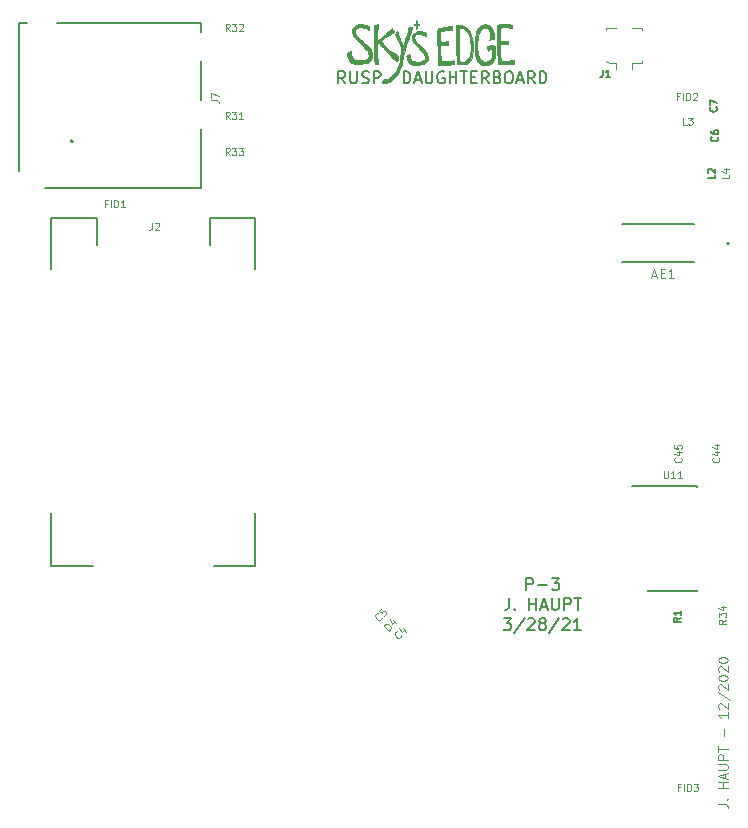
<source format=gbr>
G04 #@! TF.GenerationSoftware,KiCad,Pcbnew,5.1.6+dfsg1-1~bpo10+1*
G04 #@! TF.CreationDate,2021-03-28T20:23:35-04:00*
G04 #@! TF.ProjectId,RUSP_Daughterboard,52555350-5f44-4617-9567-68746572626f,rev?*
G04 #@! TF.SameCoordinates,Original*
G04 #@! TF.FileFunction,Legend,Top*
G04 #@! TF.FilePolarity,Positive*
%FSLAX46Y46*%
G04 Gerber Fmt 4.6, Leading zero omitted, Abs format (unit mm)*
G04 Created by KiCad (PCBNEW 5.1.6+dfsg1-1~bpo10+1) date 2021-03-28 20:23:35*
%MOMM*%
%LPD*%
G01*
G04 APERTURE LIST*
%ADD10C,0.200000*%
%ADD11C,0.120000*%
%ADD12C,0.150000*%
%ADD13C,0.127000*%
%ADD14C,0.010000*%
%ADD15C,0.015000*%
G04 APERTURE END LIST*
D10*
X161342857Y-117752380D02*
X161342857Y-116752380D01*
X161723809Y-116752380D01*
X161819047Y-116800000D01*
X161866666Y-116847619D01*
X161914285Y-116942857D01*
X161914285Y-117085714D01*
X161866666Y-117180952D01*
X161819047Y-117228571D01*
X161723809Y-117276190D01*
X161342857Y-117276190D01*
X162342857Y-117371428D02*
X163104761Y-117371428D01*
X163485714Y-116752380D02*
X164104761Y-116752380D01*
X163771428Y-117133333D01*
X163914285Y-117133333D01*
X164009523Y-117180952D01*
X164057142Y-117228571D01*
X164104761Y-117323809D01*
X164104761Y-117561904D01*
X164057142Y-117657142D01*
X164009523Y-117704761D01*
X163914285Y-117752380D01*
X163628571Y-117752380D01*
X163533333Y-117704761D01*
X163485714Y-117657142D01*
X159866666Y-118452380D02*
X159866666Y-119166666D01*
X159819047Y-119309523D01*
X159723809Y-119404761D01*
X159580952Y-119452380D01*
X159485714Y-119452380D01*
X160342857Y-119357142D02*
X160390476Y-119404761D01*
X160342857Y-119452380D01*
X160295238Y-119404761D01*
X160342857Y-119357142D01*
X160342857Y-119452380D01*
X161580952Y-119452380D02*
X161580952Y-118452380D01*
X161580952Y-118928571D02*
X162152380Y-118928571D01*
X162152380Y-119452380D02*
X162152380Y-118452380D01*
X162580952Y-119166666D02*
X163057142Y-119166666D01*
X162485714Y-119452380D02*
X162819047Y-118452380D01*
X163152380Y-119452380D01*
X163485714Y-118452380D02*
X163485714Y-119261904D01*
X163533333Y-119357142D01*
X163580952Y-119404761D01*
X163676190Y-119452380D01*
X163866666Y-119452380D01*
X163961904Y-119404761D01*
X164009523Y-119357142D01*
X164057142Y-119261904D01*
X164057142Y-118452380D01*
X164533333Y-119452380D02*
X164533333Y-118452380D01*
X164914285Y-118452380D01*
X165009523Y-118500000D01*
X165057142Y-118547619D01*
X165104761Y-118642857D01*
X165104761Y-118785714D01*
X165057142Y-118880952D01*
X165009523Y-118928571D01*
X164914285Y-118976190D01*
X164533333Y-118976190D01*
X165390476Y-118452380D02*
X165961904Y-118452380D01*
X165676190Y-119452380D02*
X165676190Y-118452380D01*
X159414285Y-120152380D02*
X160033333Y-120152380D01*
X159700000Y-120533333D01*
X159842857Y-120533333D01*
X159938095Y-120580952D01*
X159985714Y-120628571D01*
X160033333Y-120723809D01*
X160033333Y-120961904D01*
X159985714Y-121057142D01*
X159938095Y-121104761D01*
X159842857Y-121152380D01*
X159557142Y-121152380D01*
X159461904Y-121104761D01*
X159414285Y-121057142D01*
X161176190Y-120104761D02*
X160319047Y-121390476D01*
X161461904Y-120247619D02*
X161509523Y-120200000D01*
X161604761Y-120152380D01*
X161842857Y-120152380D01*
X161938095Y-120200000D01*
X161985714Y-120247619D01*
X162033333Y-120342857D01*
X162033333Y-120438095D01*
X161985714Y-120580952D01*
X161414285Y-121152380D01*
X162033333Y-121152380D01*
X162604761Y-120580952D02*
X162509523Y-120533333D01*
X162461904Y-120485714D01*
X162414285Y-120390476D01*
X162414285Y-120342857D01*
X162461904Y-120247619D01*
X162509523Y-120200000D01*
X162604761Y-120152380D01*
X162795238Y-120152380D01*
X162890476Y-120200000D01*
X162938095Y-120247619D01*
X162985714Y-120342857D01*
X162985714Y-120390476D01*
X162938095Y-120485714D01*
X162890476Y-120533333D01*
X162795238Y-120580952D01*
X162604761Y-120580952D01*
X162509523Y-120628571D01*
X162461904Y-120676190D01*
X162414285Y-120771428D01*
X162414285Y-120961904D01*
X162461904Y-121057142D01*
X162509523Y-121104761D01*
X162604761Y-121152380D01*
X162795238Y-121152380D01*
X162890476Y-121104761D01*
X162938095Y-121057142D01*
X162985714Y-120961904D01*
X162985714Y-120771428D01*
X162938095Y-120676190D01*
X162890476Y-120628571D01*
X162795238Y-120580952D01*
X164128571Y-120104761D02*
X163271428Y-121390476D01*
X164414285Y-120247619D02*
X164461904Y-120200000D01*
X164557142Y-120152380D01*
X164795238Y-120152380D01*
X164890476Y-120200000D01*
X164938095Y-120247619D01*
X164985714Y-120342857D01*
X164985714Y-120438095D01*
X164938095Y-120580952D01*
X164366666Y-121152380D01*
X164985714Y-121152380D01*
X165938095Y-121152380D02*
X165366666Y-121152380D01*
X165652380Y-121152380D02*
X165652380Y-120152380D01*
X165557142Y-120295238D01*
X165461904Y-120390476D01*
X165366666Y-120438095D01*
D11*
X177561904Y-135876190D02*
X178133333Y-135876190D01*
X178247619Y-135914285D01*
X178323809Y-135990476D01*
X178361904Y-136104761D01*
X178361904Y-136180952D01*
X178285714Y-135495238D02*
X178323809Y-135457142D01*
X178361904Y-135495238D01*
X178323809Y-135533333D01*
X178285714Y-135495238D01*
X178361904Y-135495238D01*
X178361904Y-134504761D02*
X177561904Y-134504761D01*
X177942857Y-134504761D02*
X177942857Y-134047619D01*
X178361904Y-134047619D02*
X177561904Y-134047619D01*
X178133333Y-133704761D02*
X178133333Y-133323809D01*
X178361904Y-133780952D02*
X177561904Y-133514285D01*
X178361904Y-133247619D01*
X177561904Y-132980952D02*
X178209523Y-132980952D01*
X178285714Y-132942857D01*
X178323809Y-132904761D01*
X178361904Y-132828571D01*
X178361904Y-132676190D01*
X178323809Y-132600000D01*
X178285714Y-132561904D01*
X178209523Y-132523809D01*
X177561904Y-132523809D01*
X178361904Y-132142857D02*
X177561904Y-132142857D01*
X177561904Y-131838095D01*
X177600000Y-131761904D01*
X177638095Y-131723809D01*
X177714285Y-131685714D01*
X177828571Y-131685714D01*
X177904761Y-131723809D01*
X177942857Y-131761904D01*
X177980952Y-131838095D01*
X177980952Y-132142857D01*
X177561904Y-131457142D02*
X177561904Y-131000000D01*
X178361904Y-131228571D02*
X177561904Y-131228571D01*
X178057142Y-130123809D02*
X178057142Y-129514285D01*
X178361904Y-128104761D02*
X178361904Y-128561904D01*
X178361904Y-128333333D02*
X177561904Y-128333333D01*
X177676190Y-128409523D01*
X177752380Y-128485714D01*
X177790476Y-128561904D01*
X177638095Y-127800000D02*
X177600000Y-127761904D01*
X177561904Y-127685714D01*
X177561904Y-127495238D01*
X177600000Y-127419047D01*
X177638095Y-127380952D01*
X177714285Y-127342857D01*
X177790476Y-127342857D01*
X177904761Y-127380952D01*
X178361904Y-127838095D01*
X178361904Y-127342857D01*
X177523809Y-126428571D02*
X178552380Y-127114285D01*
X177638095Y-126200000D02*
X177600000Y-126161904D01*
X177561904Y-126085714D01*
X177561904Y-125895238D01*
X177600000Y-125819047D01*
X177638095Y-125780952D01*
X177714285Y-125742857D01*
X177790476Y-125742857D01*
X177904761Y-125780952D01*
X178361904Y-126238095D01*
X178361904Y-125742857D01*
X177561904Y-125247619D02*
X177561904Y-125171428D01*
X177600000Y-125095238D01*
X177638095Y-125057142D01*
X177714285Y-125019047D01*
X177866666Y-124980952D01*
X178057142Y-124980952D01*
X178209523Y-125019047D01*
X178285714Y-125057142D01*
X178323809Y-125095238D01*
X178361904Y-125171428D01*
X178361904Y-125247619D01*
X178323809Y-125323809D01*
X178285714Y-125361904D01*
X178209523Y-125400000D01*
X178057142Y-125438095D01*
X177866666Y-125438095D01*
X177714285Y-125400000D01*
X177638095Y-125361904D01*
X177600000Y-125323809D01*
X177561904Y-125247619D01*
X177638095Y-124676190D02*
X177600000Y-124638095D01*
X177561904Y-124561904D01*
X177561904Y-124371428D01*
X177600000Y-124295238D01*
X177638095Y-124257142D01*
X177714285Y-124219047D01*
X177790476Y-124219047D01*
X177904761Y-124257142D01*
X178361904Y-124714285D01*
X178361904Y-124219047D01*
X177561904Y-123723809D02*
X177561904Y-123647619D01*
X177600000Y-123571428D01*
X177638095Y-123533333D01*
X177714285Y-123495238D01*
X177866666Y-123457142D01*
X178057142Y-123457142D01*
X178209523Y-123495238D01*
X178285714Y-123533333D01*
X178323809Y-123571428D01*
X178361904Y-123647619D01*
X178361904Y-123723809D01*
X178323809Y-123800000D01*
X178285714Y-123838095D01*
X178209523Y-123876190D01*
X178057142Y-123914285D01*
X177866666Y-123914285D01*
X177714285Y-123876190D01*
X177638095Y-123838095D01*
X177600000Y-123800000D01*
X177561904Y-123723809D01*
D12*
X145985714Y-74852380D02*
X145652380Y-74376190D01*
X145414285Y-74852380D02*
X145414285Y-73852380D01*
X145795238Y-73852380D01*
X145890476Y-73900000D01*
X145938095Y-73947619D01*
X145985714Y-74042857D01*
X145985714Y-74185714D01*
X145938095Y-74280952D01*
X145890476Y-74328571D01*
X145795238Y-74376190D01*
X145414285Y-74376190D01*
X146414285Y-73852380D02*
X146414285Y-74661904D01*
X146461904Y-74757142D01*
X146509523Y-74804761D01*
X146604761Y-74852380D01*
X146795238Y-74852380D01*
X146890476Y-74804761D01*
X146938095Y-74757142D01*
X146985714Y-74661904D01*
X146985714Y-73852380D01*
X147414285Y-74804761D02*
X147557142Y-74852380D01*
X147795238Y-74852380D01*
X147890476Y-74804761D01*
X147938095Y-74757142D01*
X147985714Y-74661904D01*
X147985714Y-74566666D01*
X147938095Y-74471428D01*
X147890476Y-74423809D01*
X147795238Y-74376190D01*
X147604761Y-74328571D01*
X147509523Y-74280952D01*
X147461904Y-74233333D01*
X147414285Y-74138095D01*
X147414285Y-74042857D01*
X147461904Y-73947619D01*
X147509523Y-73900000D01*
X147604761Y-73852380D01*
X147842857Y-73852380D01*
X147985714Y-73900000D01*
X148414285Y-74852380D02*
X148414285Y-73852380D01*
X148795238Y-73852380D01*
X148890476Y-73900000D01*
X148938095Y-73947619D01*
X148985714Y-74042857D01*
X148985714Y-74185714D01*
X148938095Y-74280952D01*
X148890476Y-74328571D01*
X148795238Y-74376190D01*
X148414285Y-74376190D01*
X150938095Y-74852380D02*
X150938095Y-73852380D01*
X151176190Y-73852380D01*
X151319047Y-73900000D01*
X151414285Y-73995238D01*
X151461904Y-74090476D01*
X151509523Y-74280952D01*
X151509523Y-74423809D01*
X151461904Y-74614285D01*
X151414285Y-74709523D01*
X151319047Y-74804761D01*
X151176190Y-74852380D01*
X150938095Y-74852380D01*
X151890476Y-74566666D02*
X152366666Y-74566666D01*
X151795238Y-74852380D02*
X152128571Y-73852380D01*
X152461904Y-74852380D01*
X152795238Y-73852380D02*
X152795238Y-74661904D01*
X152842857Y-74757142D01*
X152890476Y-74804761D01*
X152985714Y-74852380D01*
X153176190Y-74852380D01*
X153271428Y-74804761D01*
X153319047Y-74757142D01*
X153366666Y-74661904D01*
X153366666Y-73852380D01*
X154366666Y-73900000D02*
X154271428Y-73852380D01*
X154128571Y-73852380D01*
X153985714Y-73900000D01*
X153890476Y-73995238D01*
X153842857Y-74090476D01*
X153795238Y-74280952D01*
X153795238Y-74423809D01*
X153842857Y-74614285D01*
X153890476Y-74709523D01*
X153985714Y-74804761D01*
X154128571Y-74852380D01*
X154223809Y-74852380D01*
X154366666Y-74804761D01*
X154414285Y-74757142D01*
X154414285Y-74423809D01*
X154223809Y-74423809D01*
X154842857Y-74852380D02*
X154842857Y-73852380D01*
X154842857Y-74328571D02*
X155414285Y-74328571D01*
X155414285Y-74852380D02*
X155414285Y-73852380D01*
X155747619Y-73852380D02*
X156319047Y-73852380D01*
X156033333Y-74852380D02*
X156033333Y-73852380D01*
X156652380Y-74328571D02*
X156985714Y-74328571D01*
X157128571Y-74852380D02*
X156652380Y-74852380D01*
X156652380Y-73852380D01*
X157128571Y-73852380D01*
X158128571Y-74852380D02*
X157795238Y-74376190D01*
X157557142Y-74852380D02*
X157557142Y-73852380D01*
X157938095Y-73852380D01*
X158033333Y-73900000D01*
X158080952Y-73947619D01*
X158128571Y-74042857D01*
X158128571Y-74185714D01*
X158080952Y-74280952D01*
X158033333Y-74328571D01*
X157938095Y-74376190D01*
X157557142Y-74376190D01*
X158890476Y-74328571D02*
X159033333Y-74376190D01*
X159080952Y-74423809D01*
X159128571Y-74519047D01*
X159128571Y-74661904D01*
X159080952Y-74757142D01*
X159033333Y-74804761D01*
X158938095Y-74852380D01*
X158557142Y-74852380D01*
X158557142Y-73852380D01*
X158890476Y-73852380D01*
X158985714Y-73900000D01*
X159033333Y-73947619D01*
X159080952Y-74042857D01*
X159080952Y-74138095D01*
X159033333Y-74233333D01*
X158985714Y-74280952D01*
X158890476Y-74328571D01*
X158557142Y-74328571D01*
X159747619Y-73852380D02*
X159938095Y-73852380D01*
X160033333Y-73900000D01*
X160128571Y-73995238D01*
X160176190Y-74185714D01*
X160176190Y-74519047D01*
X160128571Y-74709523D01*
X160033333Y-74804761D01*
X159938095Y-74852380D01*
X159747619Y-74852380D01*
X159652380Y-74804761D01*
X159557142Y-74709523D01*
X159509523Y-74519047D01*
X159509523Y-74185714D01*
X159557142Y-73995238D01*
X159652380Y-73900000D01*
X159747619Y-73852380D01*
X160557142Y-74566666D02*
X161033333Y-74566666D01*
X160461904Y-74852380D02*
X160795238Y-73852380D01*
X161128571Y-74852380D01*
X162033333Y-74852380D02*
X161700000Y-74376190D01*
X161461904Y-74852380D02*
X161461904Y-73852380D01*
X161842857Y-73852380D01*
X161938095Y-73900000D01*
X161985714Y-73947619D01*
X162033333Y-74042857D01*
X162033333Y-74185714D01*
X161985714Y-74280952D01*
X161938095Y-74328571D01*
X161842857Y-74376190D01*
X161461904Y-74376190D01*
X162461904Y-74852380D02*
X162461904Y-73852380D01*
X162700000Y-73852380D01*
X162842857Y-73900000D01*
X162938095Y-73995238D01*
X162985714Y-74090476D01*
X163033333Y-74280952D01*
X163033333Y-74423809D01*
X162985714Y-74614285D01*
X162938095Y-74709523D01*
X162842857Y-74804761D01*
X162700000Y-74852380D01*
X162461904Y-74852380D01*
D11*
X170300000Y-73150000D02*
X170300000Y-73650000D01*
X168900000Y-73150000D02*
X168900000Y-73650000D01*
X168900000Y-73150000D02*
X168300000Y-73150000D01*
X168300000Y-73150000D02*
X168100000Y-72950000D01*
X171100000Y-72950000D02*
X171100000Y-73150000D01*
X171100000Y-73150000D02*
X170300000Y-73150000D01*
X170300000Y-70150000D02*
X171100000Y-70150000D01*
X171100000Y-70150000D02*
X171100000Y-70350000D01*
X168100000Y-70350000D02*
X168100000Y-70150000D01*
X168100000Y-70150000D02*
X168900000Y-70150000D01*
D10*
X178500000Y-88400000D02*
G75*
G03*
X178500000Y-88400000I-100000J0D01*
G01*
D13*
X169450000Y-86800000D02*
X175550000Y-86800000D01*
X175550000Y-90000000D02*
X169450000Y-90000000D01*
D12*
X138350000Y-115750000D02*
X134850000Y-115750000D01*
X138350000Y-115750000D02*
X138350000Y-111250000D01*
X124650000Y-115750000D02*
X121050000Y-115750000D01*
X121050000Y-115750000D02*
X121050000Y-111250000D01*
X138350000Y-90550000D02*
X138350000Y-86250000D01*
X138350000Y-86250000D02*
X134550000Y-86250000D01*
X134550000Y-86250000D02*
X134550000Y-88550000D01*
X121050000Y-90550000D02*
X121050000Y-86250000D01*
X121050000Y-86250000D02*
X124950000Y-86250000D01*
X124950000Y-86250000D02*
X124950000Y-88550000D01*
D10*
X121550000Y-69750000D02*
X133825000Y-69750000D01*
X133825000Y-69750000D02*
X133825000Y-70476200D01*
X118375000Y-69750000D02*
X118375000Y-82300000D01*
X133825000Y-72940000D02*
X133825000Y-76292800D01*
X118375000Y-69750000D02*
X119050000Y-69750000D01*
X120550000Y-83750000D02*
X133825000Y-83750000D01*
X133825000Y-78731200D02*
X133825000Y-83750000D01*
X122950000Y-79750000D02*
G75*
G03*
X122950000Y-79750000I-100000J0D01*
G01*
D12*
X171625000Y-108950000D02*
X171625000Y-108975000D01*
X175775000Y-108950000D02*
X175775000Y-109065000D01*
X175775000Y-117850000D02*
X175775000Y-117735000D01*
X171625000Y-117850000D02*
X171625000Y-117735000D01*
X171625000Y-108950000D02*
X175775000Y-108950000D01*
X171625000Y-117850000D02*
X175775000Y-117850000D01*
X171625000Y-108975000D02*
X170250000Y-108975000D01*
D14*
G36*
X152035052Y-69644995D02*
G01*
X152055165Y-69753484D01*
X152084885Y-69817338D01*
X152131990Y-69847110D01*
X152188750Y-69853490D01*
X152241108Y-69862938D01*
X152247211Y-69883341D01*
X152211753Y-69904365D01*
X152161141Y-69914284D01*
X152110534Y-69922018D01*
X152081873Y-69942040D01*
X152066343Y-69988242D01*
X152055128Y-70074516D01*
X152054241Y-70082752D01*
X152040941Y-70178123D01*
X152026475Y-70240236D01*
X152013503Y-70263424D01*
X152004682Y-70242020D01*
X152002391Y-70193270D01*
X151994487Y-70061915D01*
X151968748Y-69976468D01*
X151922138Y-69929641D01*
X151887643Y-69917931D01*
X151822360Y-69897661D01*
X151793404Y-69874888D01*
X151806543Y-69857758D01*
X151842012Y-69853490D01*
X151906350Y-69845245D01*
X151947519Y-69814217D01*
X151973463Y-69749400D01*
X151991199Y-69646848D01*
X152013220Y-69481196D01*
X152035052Y-69644995D01*
G37*
X152035052Y-69644995D02*
X152055165Y-69753484D01*
X152084885Y-69817338D01*
X152131990Y-69847110D01*
X152188750Y-69853490D01*
X152241108Y-69862938D01*
X152247211Y-69883341D01*
X152211753Y-69904365D01*
X152161141Y-69914284D01*
X152110534Y-69922018D01*
X152081873Y-69942040D01*
X152066343Y-69988242D01*
X152055128Y-70074516D01*
X152054241Y-70082752D01*
X152040941Y-70178123D01*
X152026475Y-70240236D01*
X152013503Y-70263424D01*
X152004682Y-70242020D01*
X152002391Y-70193270D01*
X151994487Y-70061915D01*
X151968748Y-69976468D01*
X151922138Y-69929641D01*
X151887643Y-69917931D01*
X151822360Y-69897661D01*
X151793404Y-69874888D01*
X151806543Y-69857758D01*
X151842012Y-69853490D01*
X151906350Y-69845245D01*
X151947519Y-69814217D01*
X151973463Y-69749400D01*
X151991199Y-69646848D01*
X152013220Y-69481196D01*
X152035052Y-69644995D01*
G36*
X147373295Y-69834675D02*
G01*
X147479766Y-69856966D01*
X147604563Y-69888949D01*
X147733138Y-69926392D01*
X147850948Y-69965067D01*
X147943445Y-70000744D01*
X147995365Y-70028599D01*
X148018438Y-70070900D01*
X148021210Y-70150280D01*
X148016929Y-70194946D01*
X148005236Y-70275916D01*
X147993348Y-70331030D01*
X147987996Y-70343598D01*
X147960261Y-70336788D01*
X147906181Y-70304301D01*
X147883606Y-70288122D01*
X147750832Y-70210447D01*
X147593504Y-70151639D01*
X147426355Y-70114209D01*
X147264116Y-70100669D01*
X147121519Y-70113530D01*
X147033892Y-70143253D01*
X146923175Y-70228813D01*
X146850777Y-70344126D01*
X146821580Y-70476096D01*
X146840467Y-70611630D01*
X146849882Y-70636672D01*
X146910453Y-70739304D01*
X147016906Y-70868436D01*
X147167662Y-71022346D01*
X147361146Y-71199308D01*
X147377934Y-71213984D01*
X147608657Y-71419605D01*
X147797533Y-71599205D01*
X147948235Y-71758022D01*
X148064432Y-71901298D01*
X148149795Y-72034270D01*
X148207995Y-72162177D01*
X148242703Y-72290260D01*
X148257589Y-72423757D01*
X148258787Y-72471247D01*
X148244177Y-72663808D01*
X148195754Y-72823736D01*
X148110736Y-72953049D01*
X147986337Y-73053761D01*
X147819774Y-73127890D01*
X147608263Y-73177451D01*
X147349021Y-73204460D01*
X147239891Y-73209158D01*
X147095171Y-73211548D01*
X146961944Y-73210379D01*
X146854462Y-73205993D01*
X146786975Y-73198735D01*
X146784347Y-73198180D01*
X146595297Y-73128945D01*
X146432315Y-73013998D01*
X146299590Y-72858323D01*
X146201308Y-72666907D01*
X146141658Y-72444733D01*
X146139386Y-72430452D01*
X146121735Y-72315142D01*
X146270043Y-72230288D01*
X146353176Y-72185436D01*
X146419244Y-72154681D01*
X146449502Y-72145435D01*
X146468941Y-72171327D01*
X146479544Y-72242998D01*
X146480921Y-72290381D01*
X146505855Y-72475418D01*
X146576936Y-72634770D01*
X146689677Y-72762713D01*
X146839592Y-72853522D01*
X146950000Y-72888839D01*
X147128503Y-72913439D01*
X147323721Y-72913703D01*
X147518315Y-72891603D01*
X147694941Y-72849112D01*
X147836258Y-72788205D01*
X147836696Y-72787947D01*
X147927679Y-72704152D01*
X147979732Y-72588385D01*
X147991478Y-72449156D01*
X147961537Y-72294976D01*
X147929779Y-72213348D01*
X147892032Y-72155867D01*
X147817037Y-72064840D01*
X147708226Y-71944059D01*
X147569032Y-71797316D01*
X147402886Y-71628401D01*
X147375459Y-71600995D01*
X147169851Y-71393307D01*
X147002152Y-71217047D01*
X146868823Y-71067159D01*
X146766326Y-70938588D01*
X146691122Y-70826277D01*
X146639673Y-70725170D01*
X146608440Y-70630213D01*
X146593885Y-70536348D01*
X146591693Y-70481124D01*
X146607999Y-70330806D01*
X146662824Y-70198050D01*
X146762773Y-70068219D01*
X146791215Y-70038854D01*
X146946542Y-69920789D01*
X147126108Y-69848345D01*
X147299696Y-69826305D01*
X147373295Y-69834675D01*
G37*
X147373295Y-69834675D02*
X147479766Y-69856966D01*
X147604563Y-69888949D01*
X147733138Y-69926392D01*
X147850948Y-69965067D01*
X147943445Y-70000744D01*
X147995365Y-70028599D01*
X148018438Y-70070900D01*
X148021210Y-70150280D01*
X148016929Y-70194946D01*
X148005236Y-70275916D01*
X147993348Y-70331030D01*
X147987996Y-70343598D01*
X147960261Y-70336788D01*
X147906181Y-70304301D01*
X147883606Y-70288122D01*
X147750832Y-70210447D01*
X147593504Y-70151639D01*
X147426355Y-70114209D01*
X147264116Y-70100669D01*
X147121519Y-70113530D01*
X147033892Y-70143253D01*
X146923175Y-70228813D01*
X146850777Y-70344126D01*
X146821580Y-70476096D01*
X146840467Y-70611630D01*
X146849882Y-70636672D01*
X146910453Y-70739304D01*
X147016906Y-70868436D01*
X147167662Y-71022346D01*
X147361146Y-71199308D01*
X147377934Y-71213984D01*
X147608657Y-71419605D01*
X147797533Y-71599205D01*
X147948235Y-71758022D01*
X148064432Y-71901298D01*
X148149795Y-72034270D01*
X148207995Y-72162177D01*
X148242703Y-72290260D01*
X148257589Y-72423757D01*
X148258787Y-72471247D01*
X148244177Y-72663808D01*
X148195754Y-72823736D01*
X148110736Y-72953049D01*
X147986337Y-73053761D01*
X147819774Y-73127890D01*
X147608263Y-73177451D01*
X147349021Y-73204460D01*
X147239891Y-73209158D01*
X147095171Y-73211548D01*
X146961944Y-73210379D01*
X146854462Y-73205993D01*
X146786975Y-73198735D01*
X146784347Y-73198180D01*
X146595297Y-73128945D01*
X146432315Y-73013998D01*
X146299590Y-72858323D01*
X146201308Y-72666907D01*
X146141658Y-72444733D01*
X146139386Y-72430452D01*
X146121735Y-72315142D01*
X146270043Y-72230288D01*
X146353176Y-72185436D01*
X146419244Y-72154681D01*
X146449502Y-72145435D01*
X146468941Y-72171327D01*
X146479544Y-72242998D01*
X146480921Y-72290381D01*
X146505855Y-72475418D01*
X146576936Y-72634770D01*
X146689677Y-72762713D01*
X146839592Y-72853522D01*
X146950000Y-72888839D01*
X147128503Y-72913439D01*
X147323721Y-72913703D01*
X147518315Y-72891603D01*
X147694941Y-72849112D01*
X147836258Y-72788205D01*
X147836696Y-72787947D01*
X147927679Y-72704152D01*
X147979732Y-72588385D01*
X147991478Y-72449156D01*
X147961537Y-72294976D01*
X147929779Y-72213348D01*
X147892032Y-72155867D01*
X147817037Y-72064840D01*
X147708226Y-71944059D01*
X147569032Y-71797316D01*
X147402886Y-71628401D01*
X147375459Y-71600995D01*
X147169851Y-71393307D01*
X147002152Y-71217047D01*
X146868823Y-71067159D01*
X146766326Y-70938588D01*
X146691122Y-70826277D01*
X146639673Y-70725170D01*
X146608440Y-70630213D01*
X146593885Y-70536348D01*
X146591693Y-70481124D01*
X146607999Y-70330806D01*
X146662824Y-70198050D01*
X146762773Y-70068219D01*
X146791215Y-70038854D01*
X146946542Y-69920789D01*
X147126108Y-69848345D01*
X147299696Y-69826305D01*
X147373295Y-69834675D01*
G36*
X159712350Y-69870538D02*
G01*
X159795885Y-69873797D01*
X160114306Y-69889479D01*
X160123902Y-69990098D01*
X160128422Y-70097414D01*
X160112070Y-70160217D01*
X160067516Y-70183353D01*
X159987425Y-70171667D01*
X159895047Y-70141306D01*
X159809263Y-70119880D01*
X159694347Y-70104203D01*
X159564335Y-70094622D01*
X159433263Y-70091485D01*
X159315168Y-70095136D01*
X159224086Y-70105923D01*
X159174830Y-70123526D01*
X159148297Y-70172064D01*
X159123836Y-70266661D01*
X159102624Y-70398165D01*
X159085837Y-70557426D01*
X159074651Y-70735292D01*
X159070242Y-70922612D01*
X159070217Y-70937452D01*
X159070299Y-71072889D01*
X159075227Y-71173305D01*
X159092028Y-71242917D01*
X159127726Y-71285943D01*
X159189346Y-71306599D01*
X159283914Y-71309103D01*
X159418455Y-71297672D01*
X159599994Y-71276523D01*
X159629293Y-71273058D01*
X159788043Y-71254354D01*
X159788043Y-71379014D01*
X159780231Y-71463348D01*
X159760330Y-71523069D01*
X159751336Y-71534138D01*
X159706489Y-71548066D01*
X159616094Y-71557953D01*
X159489728Y-71562961D01*
X159417179Y-71563378D01*
X159294200Y-71564474D01*
X159192472Y-71568391D01*
X159124175Y-71574473D01*
X159101875Y-71580365D01*
X159094065Y-71615916D01*
X159089488Y-71696402D01*
X159087917Y-71811648D01*
X159089124Y-71951481D01*
X159092883Y-72105726D01*
X159098965Y-72264210D01*
X159107144Y-72416757D01*
X159117193Y-72553195D01*
X159125455Y-72635726D01*
X159146324Y-72783480D01*
X159169162Y-72880989D01*
X159195216Y-72933219D01*
X159201579Y-72939185D01*
X159256091Y-72957807D01*
X159353499Y-72968810D01*
X159482004Y-72972151D01*
X159629807Y-72967790D01*
X159785109Y-72955684D01*
X159898478Y-72941635D01*
X160012050Y-72926155D01*
X160114931Y-72914147D01*
X160185789Y-72908089D01*
X160188369Y-72907977D01*
X160271195Y-72904674D01*
X160271195Y-73235978D01*
X159603614Y-73243367D01*
X159415722Y-73244464D01*
X159247414Y-73243563D01*
X159106305Y-73240857D01*
X159000011Y-73236535D01*
X158936146Y-73230791D01*
X158920848Y-73226185D01*
X158914918Y-73190272D01*
X158908794Y-73105544D01*
X158902599Y-72978402D01*
X158896454Y-72815247D01*
X158890484Y-72622480D01*
X158884810Y-72406503D01*
X158879555Y-72173717D01*
X158874843Y-71930523D01*
X158870794Y-71683322D01*
X158867533Y-71438515D01*
X158865182Y-71202504D01*
X158863864Y-70981690D01*
X158863701Y-70782473D01*
X158864815Y-70611256D01*
X158867331Y-70474440D01*
X158867804Y-70458313D01*
X158885493Y-69889344D01*
X159181478Y-69873729D01*
X159342826Y-69868496D01*
X159529645Y-69867433D01*
X159712350Y-69870538D01*
G37*
X159712350Y-69870538D02*
X159795885Y-69873797D01*
X160114306Y-69889479D01*
X160123902Y-69990098D01*
X160128422Y-70097414D01*
X160112070Y-70160217D01*
X160067516Y-70183353D01*
X159987425Y-70171667D01*
X159895047Y-70141306D01*
X159809263Y-70119880D01*
X159694347Y-70104203D01*
X159564335Y-70094622D01*
X159433263Y-70091485D01*
X159315168Y-70095136D01*
X159224086Y-70105923D01*
X159174830Y-70123526D01*
X159148297Y-70172064D01*
X159123836Y-70266661D01*
X159102624Y-70398165D01*
X159085837Y-70557426D01*
X159074651Y-70735292D01*
X159070242Y-70922612D01*
X159070217Y-70937452D01*
X159070299Y-71072889D01*
X159075227Y-71173305D01*
X159092028Y-71242917D01*
X159127726Y-71285943D01*
X159189346Y-71306599D01*
X159283914Y-71309103D01*
X159418455Y-71297672D01*
X159599994Y-71276523D01*
X159629293Y-71273058D01*
X159788043Y-71254354D01*
X159788043Y-71379014D01*
X159780231Y-71463348D01*
X159760330Y-71523069D01*
X159751336Y-71534138D01*
X159706489Y-71548066D01*
X159616094Y-71557953D01*
X159489728Y-71562961D01*
X159417179Y-71563378D01*
X159294200Y-71564474D01*
X159192472Y-71568391D01*
X159124175Y-71574473D01*
X159101875Y-71580365D01*
X159094065Y-71615916D01*
X159089488Y-71696402D01*
X159087917Y-71811648D01*
X159089124Y-71951481D01*
X159092883Y-72105726D01*
X159098965Y-72264210D01*
X159107144Y-72416757D01*
X159117193Y-72553195D01*
X159125455Y-72635726D01*
X159146324Y-72783480D01*
X159169162Y-72880989D01*
X159195216Y-72933219D01*
X159201579Y-72939185D01*
X159256091Y-72957807D01*
X159353499Y-72968810D01*
X159482004Y-72972151D01*
X159629807Y-72967790D01*
X159785109Y-72955684D01*
X159898478Y-72941635D01*
X160012050Y-72926155D01*
X160114931Y-72914147D01*
X160185789Y-72908089D01*
X160188369Y-72907977D01*
X160271195Y-72904674D01*
X160271195Y-73235978D01*
X159603614Y-73243367D01*
X159415722Y-73244464D01*
X159247414Y-73243563D01*
X159106305Y-73240857D01*
X159000011Y-73236535D01*
X158936146Y-73230791D01*
X158920848Y-73226185D01*
X158914918Y-73190272D01*
X158908794Y-73105544D01*
X158902599Y-72978402D01*
X158896454Y-72815247D01*
X158890484Y-72622480D01*
X158884810Y-72406503D01*
X158879555Y-72173717D01*
X158874843Y-71930523D01*
X158870794Y-71683322D01*
X158867533Y-71438515D01*
X158865182Y-71202504D01*
X158863864Y-70981690D01*
X158863701Y-70782473D01*
X158864815Y-70611256D01*
X158867331Y-70474440D01*
X158867804Y-70458313D01*
X158885493Y-69889344D01*
X159181478Y-69873729D01*
X159342826Y-69868496D01*
X159529645Y-69867433D01*
X159712350Y-69870538D01*
G36*
X155639837Y-69941476D02*
G01*
X155786590Y-69949021D01*
X155894728Y-69961135D01*
X155980832Y-69980850D01*
X156061481Y-70011195D01*
X156088478Y-70023474D01*
X156278764Y-70142854D01*
X156440546Y-70308780D01*
X156573418Y-70520263D01*
X156676973Y-70776313D01*
X156750804Y-71075943D01*
X156794506Y-71418163D01*
X156807752Y-71772718D01*
X156795573Y-72117335D01*
X156758682Y-72413515D01*
X156696570Y-72662451D01*
X156608729Y-72865338D01*
X156494650Y-73023369D01*
X156353824Y-73137737D01*
X156196524Y-73206522D01*
X156107639Y-73225415D01*
X155993005Y-73239250D01*
X155864714Y-73247886D01*
X155734853Y-73251183D01*
X155615515Y-73249002D01*
X155518789Y-73241203D01*
X155456764Y-73227645D01*
X155440642Y-73215272D01*
X155438215Y-73183408D01*
X155434444Y-73102363D01*
X155429517Y-72978148D01*
X155423618Y-72816778D01*
X155416932Y-72624268D01*
X155409646Y-72406630D01*
X155401944Y-72169878D01*
X155394012Y-71920026D01*
X155386036Y-71663089D01*
X155378200Y-71405079D01*
X155370691Y-71152011D01*
X155363693Y-70909898D01*
X155362436Y-70864971D01*
X155592208Y-70864971D01*
X155592235Y-71105302D01*
X155592327Y-71228417D01*
X155594034Y-71607588D01*
X155598460Y-71945313D01*
X155605510Y-72239610D01*
X155615091Y-72488501D01*
X155627109Y-72690005D01*
X155641471Y-72842142D01*
X155658083Y-72942933D01*
X155675573Y-72988977D01*
X155723204Y-73018291D01*
X155793740Y-73036703D01*
X155863637Y-73045733D01*
X155908925Y-73052066D01*
X155909021Y-73052082D01*
X155946467Y-73043124D01*
X156017498Y-73015413D01*
X156102282Y-72977030D01*
X156267127Y-72879006D01*
X156394302Y-72756405D01*
X156496667Y-72595987D01*
X156521124Y-72545761D01*
X156550939Y-72477774D01*
X156572260Y-72415553D01*
X156586839Y-72347290D01*
X156596429Y-72261176D01*
X156602782Y-72145403D01*
X156607651Y-71988164D01*
X156608430Y-71957549D01*
X156604230Y-71620001D01*
X156575126Y-71308722D01*
X156522625Y-71027242D01*
X156448233Y-70779094D01*
X156353455Y-70567807D01*
X156239798Y-70396914D01*
X156108767Y-70269944D01*
X155961869Y-70190429D01*
X155843526Y-70164187D01*
X155750493Y-70162879D01*
X155672558Y-70174715D01*
X155650764Y-70183063D01*
X155635392Y-70192303D01*
X155622943Y-70205511D01*
X155613116Y-70228116D01*
X155605607Y-70265544D01*
X155600112Y-70323222D01*
X155596328Y-70406576D01*
X155593952Y-70521035D01*
X155592680Y-70672024D01*
X155592208Y-70864971D01*
X155362436Y-70864971D01*
X155357393Y-70684754D01*
X155351975Y-70482592D01*
X155347625Y-70309428D01*
X155344529Y-70171274D01*
X155342872Y-70074144D01*
X155342648Y-70037218D01*
X155343043Y-69930631D01*
X155639837Y-69941476D01*
G37*
X155639837Y-69941476D02*
X155786590Y-69949021D01*
X155894728Y-69961135D01*
X155980832Y-69980850D01*
X156061481Y-70011195D01*
X156088478Y-70023474D01*
X156278764Y-70142854D01*
X156440546Y-70308780D01*
X156573418Y-70520263D01*
X156676973Y-70776313D01*
X156750804Y-71075943D01*
X156794506Y-71418163D01*
X156807752Y-71772718D01*
X156795573Y-72117335D01*
X156758682Y-72413515D01*
X156696570Y-72662451D01*
X156608729Y-72865338D01*
X156494650Y-73023369D01*
X156353824Y-73137737D01*
X156196524Y-73206522D01*
X156107639Y-73225415D01*
X155993005Y-73239250D01*
X155864714Y-73247886D01*
X155734853Y-73251183D01*
X155615515Y-73249002D01*
X155518789Y-73241203D01*
X155456764Y-73227645D01*
X155440642Y-73215272D01*
X155438215Y-73183408D01*
X155434444Y-73102363D01*
X155429517Y-72978148D01*
X155423618Y-72816778D01*
X155416932Y-72624268D01*
X155409646Y-72406630D01*
X155401944Y-72169878D01*
X155394012Y-71920026D01*
X155386036Y-71663089D01*
X155378200Y-71405079D01*
X155370691Y-71152011D01*
X155363693Y-70909898D01*
X155362436Y-70864971D01*
X155592208Y-70864971D01*
X155592235Y-71105302D01*
X155592327Y-71228417D01*
X155594034Y-71607588D01*
X155598460Y-71945313D01*
X155605510Y-72239610D01*
X155615091Y-72488501D01*
X155627109Y-72690005D01*
X155641471Y-72842142D01*
X155658083Y-72942933D01*
X155675573Y-72988977D01*
X155723204Y-73018291D01*
X155793740Y-73036703D01*
X155863637Y-73045733D01*
X155908925Y-73052066D01*
X155909021Y-73052082D01*
X155946467Y-73043124D01*
X156017498Y-73015413D01*
X156102282Y-72977030D01*
X156267127Y-72879006D01*
X156394302Y-72756405D01*
X156496667Y-72595987D01*
X156521124Y-72545761D01*
X156550939Y-72477774D01*
X156572260Y-72415553D01*
X156586839Y-72347290D01*
X156596429Y-72261176D01*
X156602782Y-72145403D01*
X156607651Y-71988164D01*
X156608430Y-71957549D01*
X156604230Y-71620001D01*
X156575126Y-71308722D01*
X156522625Y-71027242D01*
X156448233Y-70779094D01*
X156353455Y-70567807D01*
X156239798Y-70396914D01*
X156108767Y-70269944D01*
X155961869Y-70190429D01*
X155843526Y-70164187D01*
X155750493Y-70162879D01*
X155672558Y-70174715D01*
X155650764Y-70183063D01*
X155635392Y-70192303D01*
X155622943Y-70205511D01*
X155613116Y-70228116D01*
X155605607Y-70265544D01*
X155600112Y-70323222D01*
X155596328Y-70406576D01*
X155593952Y-70521035D01*
X155592680Y-70672024D01*
X155592208Y-70864971D01*
X155362436Y-70864971D01*
X155357393Y-70684754D01*
X155351975Y-70482592D01*
X155347625Y-70309428D01*
X155344529Y-70171274D01*
X155342872Y-70074144D01*
X155342648Y-70037218D01*
X155343043Y-69930631D01*
X155639837Y-69941476D01*
G36*
X148788086Y-69956128D02*
G01*
X148747649Y-70161856D01*
X148714412Y-70367336D01*
X148689158Y-70563824D01*
X148672669Y-70742573D01*
X148665730Y-70894839D01*
X148669123Y-71011876D01*
X148683632Y-71084938D01*
X148686475Y-71090938D01*
X148719197Y-71133551D01*
X148762601Y-71151661D01*
X148821396Y-71142947D01*
X148900290Y-71105090D01*
X149003990Y-71035772D01*
X149137204Y-70932672D01*
X149304641Y-70793473D01*
X149324347Y-70776711D01*
X149445197Y-70670732D01*
X149573698Y-70553153D01*
X149689772Y-70442530D01*
X149737680Y-70394803D01*
X149818280Y-70315091D01*
X149885394Y-70253123D01*
X149929199Y-70217761D01*
X149939363Y-70212826D01*
X149961659Y-70236075D01*
X149996769Y-70296629D01*
X150031877Y-70369958D01*
X150101368Y-70527089D01*
X150037260Y-70576436D01*
X149993413Y-70606482D01*
X149911271Y-70659427D01*
X149799802Y-70729619D01*
X149667974Y-70811405D01*
X149543379Y-70887785D01*
X149402071Y-70975282D01*
X149274503Y-71056803D01*
X149169355Y-71126602D01*
X149095307Y-71178931D01*
X149062748Y-71205984D01*
X149036973Y-71242675D01*
X149030385Y-71282604D01*
X149046592Y-71333813D01*
X149089202Y-71404345D01*
X149161824Y-71502241D01*
X149239670Y-71600341D01*
X149504159Y-71889357D01*
X149796852Y-72132264D01*
X150123067Y-72333202D01*
X150278340Y-72409272D01*
X150391437Y-72464936D01*
X150463201Y-72516639D01*
X150498313Y-72576449D01*
X150501451Y-72656432D01*
X150477294Y-72768657D01*
X150451683Y-72856359D01*
X150425202Y-72918274D01*
X150383182Y-72942591D01*
X150329532Y-72946087D01*
X150276420Y-72940306D01*
X150226752Y-72917441D01*
X150168379Y-72869210D01*
X150089155Y-72787331D01*
X150076462Y-72773533D01*
X149996313Y-72687069D01*
X149890800Y-72574606D01*
X149772882Y-72449893D01*
X149655521Y-72326682D01*
X149640593Y-72311087D01*
X149517671Y-72181099D01*
X149386506Y-72039639D01*
X149262545Y-71903521D01*
X149161238Y-71789559D01*
X149158592Y-71786522D01*
X149046828Y-71659728D01*
X148963151Y-71569627D01*
X148900647Y-71510205D01*
X148852403Y-71475447D01*
X148811504Y-71459341D01*
X148778392Y-71455831D01*
X148737608Y-71462867D01*
X148707021Y-71488915D01*
X148685635Y-71540035D01*
X148672452Y-71622287D01*
X148666476Y-71741731D01*
X148666710Y-71904424D01*
X148671760Y-72104022D01*
X148686125Y-72399265D01*
X148708930Y-72657562D01*
X148739407Y-72870455D01*
X148743220Y-72890870D01*
X148766190Y-73013388D01*
X148784639Y-73117250D01*
X148796333Y-73189539D01*
X148799328Y-73215272D01*
X148775402Y-73237717D01*
X148701147Y-73248542D01*
X148647068Y-73249783D01*
X148545611Y-73243479D01*
X148491103Y-73225307D01*
X148483714Y-73215272D01*
X148480741Y-73180240D01*
X148477124Y-73096238D01*
X148472988Y-72969506D01*
X148468455Y-72806286D01*
X148463648Y-72612819D01*
X148458692Y-72395346D01*
X148453708Y-72160108D01*
X148448821Y-71913347D01*
X148444154Y-71661304D01*
X148439830Y-71410219D01*
X148435973Y-71166336D01*
X148432705Y-70935893D01*
X148430151Y-70725134D01*
X148428433Y-70540299D01*
X148427674Y-70387629D01*
X148427661Y-70378478D01*
X148427065Y-69895326D01*
X148615907Y-69887106D01*
X148804748Y-69878886D01*
X148788086Y-69956128D01*
G37*
X148788086Y-69956128D02*
X148747649Y-70161856D01*
X148714412Y-70367336D01*
X148689158Y-70563824D01*
X148672669Y-70742573D01*
X148665730Y-70894839D01*
X148669123Y-71011876D01*
X148683632Y-71084938D01*
X148686475Y-71090938D01*
X148719197Y-71133551D01*
X148762601Y-71151661D01*
X148821396Y-71142947D01*
X148900290Y-71105090D01*
X149003990Y-71035772D01*
X149137204Y-70932672D01*
X149304641Y-70793473D01*
X149324347Y-70776711D01*
X149445197Y-70670732D01*
X149573698Y-70553153D01*
X149689772Y-70442530D01*
X149737680Y-70394803D01*
X149818280Y-70315091D01*
X149885394Y-70253123D01*
X149929199Y-70217761D01*
X149939363Y-70212826D01*
X149961659Y-70236075D01*
X149996769Y-70296629D01*
X150031877Y-70369958D01*
X150101368Y-70527089D01*
X150037260Y-70576436D01*
X149993413Y-70606482D01*
X149911271Y-70659427D01*
X149799802Y-70729619D01*
X149667974Y-70811405D01*
X149543379Y-70887785D01*
X149402071Y-70975282D01*
X149274503Y-71056803D01*
X149169355Y-71126602D01*
X149095307Y-71178931D01*
X149062748Y-71205984D01*
X149036973Y-71242675D01*
X149030385Y-71282604D01*
X149046592Y-71333813D01*
X149089202Y-71404345D01*
X149161824Y-71502241D01*
X149239670Y-71600341D01*
X149504159Y-71889357D01*
X149796852Y-72132264D01*
X150123067Y-72333202D01*
X150278340Y-72409272D01*
X150391437Y-72464936D01*
X150463201Y-72516639D01*
X150498313Y-72576449D01*
X150501451Y-72656432D01*
X150477294Y-72768657D01*
X150451683Y-72856359D01*
X150425202Y-72918274D01*
X150383182Y-72942591D01*
X150329532Y-72946087D01*
X150276420Y-72940306D01*
X150226752Y-72917441D01*
X150168379Y-72869210D01*
X150089155Y-72787331D01*
X150076462Y-72773533D01*
X149996313Y-72687069D01*
X149890800Y-72574606D01*
X149772882Y-72449893D01*
X149655521Y-72326682D01*
X149640593Y-72311087D01*
X149517671Y-72181099D01*
X149386506Y-72039639D01*
X149262545Y-71903521D01*
X149161238Y-71789559D01*
X149158592Y-71786522D01*
X149046828Y-71659728D01*
X148963151Y-71569627D01*
X148900647Y-71510205D01*
X148852403Y-71475447D01*
X148811504Y-71459341D01*
X148778392Y-71455831D01*
X148737608Y-71462867D01*
X148707021Y-71488915D01*
X148685635Y-71540035D01*
X148672452Y-71622287D01*
X148666476Y-71741731D01*
X148666710Y-71904424D01*
X148671760Y-72104022D01*
X148686125Y-72399265D01*
X148708930Y-72657562D01*
X148739407Y-72870455D01*
X148743220Y-72890870D01*
X148766190Y-73013388D01*
X148784639Y-73117250D01*
X148796333Y-73189539D01*
X148799328Y-73215272D01*
X148775402Y-73237717D01*
X148701147Y-73248542D01*
X148647068Y-73249783D01*
X148545611Y-73243479D01*
X148491103Y-73225307D01*
X148483714Y-73215272D01*
X148480741Y-73180240D01*
X148477124Y-73096238D01*
X148472988Y-72969506D01*
X148468455Y-72806286D01*
X148463648Y-72612819D01*
X148458692Y-72395346D01*
X148453708Y-72160108D01*
X148448821Y-71913347D01*
X148444154Y-71661304D01*
X148439830Y-71410219D01*
X148435973Y-71166336D01*
X148432705Y-70935893D01*
X148430151Y-70725134D01*
X148428433Y-70540299D01*
X148427674Y-70387629D01*
X148427661Y-70378478D01*
X148427065Y-69895326D01*
X148615907Y-69887106D01*
X148804748Y-69878886D01*
X148788086Y-69956128D01*
G36*
X155060139Y-70000365D02*
G01*
X155065015Y-70065623D01*
X155068731Y-70147379D01*
X155070363Y-70226276D01*
X155069516Y-70274946D01*
X155057763Y-70304056D01*
X155018071Y-70319158D01*
X154937828Y-70324509D01*
X154922010Y-70324729D01*
X154837079Y-70330220D01*
X154714674Y-70344049D01*
X154571540Y-70364094D01*
X154432240Y-70386848D01*
X154283576Y-70413605D01*
X154176028Y-70439446D01*
X154102705Y-70473231D01*
X154056712Y-70523822D01*
X154031155Y-70600080D01*
X154019141Y-70710865D01*
X154013775Y-70865039D01*
X154012296Y-70926639D01*
X154009709Y-71077829D01*
X154014843Y-71190181D01*
X154034447Y-71268173D01*
X154075271Y-71316281D01*
X154144065Y-71338982D01*
X154247579Y-71340752D01*
X154392564Y-71326069D01*
X154576357Y-71300746D01*
X154669827Y-71296488D01*
X154721078Y-71321121D01*
X154735373Y-71381219D01*
X154719069Y-71478974D01*
X154694239Y-71579457D01*
X154382650Y-71579457D01*
X154239245Y-71581024D01*
X154141899Y-71586465D01*
X154081521Y-71596884D01*
X154049022Y-71613390D01*
X154042511Y-71620870D01*
X154033263Y-71663075D01*
X154027925Y-71750056D01*
X154026208Y-71871531D01*
X154027823Y-72017217D01*
X154032480Y-72176832D01*
X154039889Y-72340096D01*
X154049762Y-72496725D01*
X154061808Y-72636438D01*
X154073925Y-72736868D01*
X154090075Y-72841909D01*
X154108844Y-72915727D01*
X154139182Y-72963329D01*
X154190039Y-72989726D01*
X154270365Y-72999927D01*
X154389111Y-72998940D01*
X154531294Y-72992851D01*
X154680473Y-72984066D01*
X154821868Y-72972110D01*
X154939885Y-72958527D01*
X155018928Y-72944863D01*
X155021077Y-72944332D01*
X155126833Y-72923246D01*
X155190606Y-72930104D01*
X155221552Y-72972023D01*
X155228829Y-73056125D01*
X155227094Y-73104503D01*
X155218804Y-73263587D01*
X154539723Y-73270962D01*
X153860643Y-73278338D01*
X153842867Y-72967107D01*
X153836653Y-72836487D01*
X153830629Y-72669125D01*
X153824889Y-72472040D01*
X153819526Y-72252251D01*
X153814634Y-72016777D01*
X153810309Y-71772638D01*
X153806643Y-71526851D01*
X153803730Y-71286438D01*
X153801666Y-71058416D01*
X153800542Y-70849804D01*
X153800455Y-70667623D01*
X153801497Y-70518890D01*
X153803763Y-70410626D01*
X153807346Y-70349849D01*
X153807775Y-70346692D01*
X153827131Y-70218274D01*
X153984598Y-70189250D01*
X154066132Y-70173325D01*
X154188206Y-70148349D01*
X154337426Y-70117115D01*
X154500400Y-70082413D01*
X154595020Y-70061999D01*
X154745125Y-70029940D01*
X154875062Y-70003125D01*
X154975842Y-69983334D01*
X155038477Y-69972346D01*
X155055025Y-69970962D01*
X155060139Y-70000365D01*
G37*
X155060139Y-70000365D02*
X155065015Y-70065623D01*
X155068731Y-70147379D01*
X155070363Y-70226276D01*
X155069516Y-70274946D01*
X155057763Y-70304056D01*
X155018071Y-70319158D01*
X154937828Y-70324509D01*
X154922010Y-70324729D01*
X154837079Y-70330220D01*
X154714674Y-70344049D01*
X154571540Y-70364094D01*
X154432240Y-70386848D01*
X154283576Y-70413605D01*
X154176028Y-70439446D01*
X154102705Y-70473231D01*
X154056712Y-70523822D01*
X154031155Y-70600080D01*
X154019141Y-70710865D01*
X154013775Y-70865039D01*
X154012296Y-70926639D01*
X154009709Y-71077829D01*
X154014843Y-71190181D01*
X154034447Y-71268173D01*
X154075271Y-71316281D01*
X154144065Y-71338982D01*
X154247579Y-71340752D01*
X154392564Y-71326069D01*
X154576357Y-71300746D01*
X154669827Y-71296488D01*
X154721078Y-71321121D01*
X154735373Y-71381219D01*
X154719069Y-71478974D01*
X154694239Y-71579457D01*
X154382650Y-71579457D01*
X154239245Y-71581024D01*
X154141899Y-71586465D01*
X154081521Y-71596884D01*
X154049022Y-71613390D01*
X154042511Y-71620870D01*
X154033263Y-71663075D01*
X154027925Y-71750056D01*
X154026208Y-71871531D01*
X154027823Y-72017217D01*
X154032480Y-72176832D01*
X154039889Y-72340096D01*
X154049762Y-72496725D01*
X154061808Y-72636438D01*
X154073925Y-72736868D01*
X154090075Y-72841909D01*
X154108844Y-72915727D01*
X154139182Y-72963329D01*
X154190039Y-72989726D01*
X154270365Y-72999927D01*
X154389111Y-72998940D01*
X154531294Y-72992851D01*
X154680473Y-72984066D01*
X154821868Y-72972110D01*
X154939885Y-72958527D01*
X155018928Y-72944863D01*
X155021077Y-72944332D01*
X155126833Y-72923246D01*
X155190606Y-72930104D01*
X155221552Y-72972023D01*
X155228829Y-73056125D01*
X155227094Y-73104503D01*
X155218804Y-73263587D01*
X154539723Y-73270962D01*
X153860643Y-73278338D01*
X153842867Y-72967107D01*
X153836653Y-72836487D01*
X153830629Y-72669125D01*
X153824889Y-72472040D01*
X153819526Y-72252251D01*
X153814634Y-72016777D01*
X153810309Y-71772638D01*
X153806643Y-71526851D01*
X153803730Y-71286438D01*
X153801666Y-71058416D01*
X153800542Y-70849804D01*
X153800455Y-70667623D01*
X153801497Y-70518890D01*
X153803763Y-70410626D01*
X153807346Y-70349849D01*
X153807775Y-70346692D01*
X153827131Y-70218274D01*
X153984598Y-70189250D01*
X154066132Y-70173325D01*
X154188206Y-70148349D01*
X154337426Y-70117115D01*
X154500400Y-70082413D01*
X154595020Y-70061999D01*
X154745125Y-70029940D01*
X154875062Y-70003125D01*
X154975842Y-69983334D01*
X155038477Y-69972346D01*
X155055025Y-69970962D01*
X155060139Y-70000365D01*
G36*
X157861661Y-69859196D02*
G01*
X157943812Y-69873581D01*
X157996827Y-69884819D01*
X158159886Y-69947096D01*
X158298873Y-70057728D01*
X158412596Y-70214816D01*
X158499863Y-70416462D01*
X158559480Y-70660766D01*
X158580176Y-70813842D01*
X158591075Y-70932673D01*
X158597704Y-71029445D01*
X158599371Y-71092082D01*
X158597123Y-71109253D01*
X158565678Y-71117812D01*
X158494473Y-71128935D01*
X158398744Y-71140254D01*
X158396038Y-71140532D01*
X158206848Y-71159915D01*
X158221660Y-71079795D01*
X158234924Y-71008216D01*
X158253491Y-70908235D01*
X158267290Y-70834022D01*
X158283948Y-70641358D01*
X158260887Y-70473813D01*
X158202228Y-70336023D01*
X158112095Y-70232627D01*
X157994610Y-70168263D01*
X157853897Y-70147569D01*
X157694077Y-70175183D01*
X157684425Y-70178326D01*
X157567646Y-70234834D01*
X157468840Y-70322949D01*
X157385579Y-70447300D01*
X157315431Y-70612511D01*
X157255968Y-70823210D01*
X157204758Y-71084024D01*
X157202915Y-71095150D01*
X157181186Y-71289670D01*
X157171904Y-71519895D01*
X157174623Y-71767836D01*
X157188900Y-72015507D01*
X157214291Y-72244921D01*
X157234265Y-72364225D01*
X157296317Y-72600883D01*
X157380724Y-72787362D01*
X157488051Y-72924219D01*
X157618863Y-73012011D01*
X157773726Y-73051295D01*
X157926639Y-73046699D01*
X158102405Y-73002624D01*
X158241552Y-72922285D01*
X158345560Y-72803505D01*
X158415904Y-72644110D01*
X158454064Y-72441924D01*
X158462449Y-72257761D01*
X158458946Y-72094025D01*
X158447225Y-71981838D01*
X158424559Y-71917806D01*
X158388219Y-71898533D01*
X158335478Y-71920625D01*
X158263607Y-71980687D01*
X158250157Y-71993587D01*
X158161945Y-72064809D01*
X158095571Y-72085441D01*
X158050531Y-72055244D01*
X158026324Y-71973979D01*
X158021509Y-71884533D01*
X158024668Y-71789023D01*
X158039780Y-71725503D01*
X158076338Y-71686915D01*
X158143834Y-71666202D01*
X158251759Y-71656305D01*
X158333067Y-71652868D01*
X158455041Y-71648875D01*
X158545744Y-71651617D01*
X158609520Y-71668008D01*
X158650710Y-71704961D01*
X158673657Y-71769386D01*
X158682702Y-71868198D01*
X158682187Y-72008308D01*
X158676456Y-72196628D01*
X158676368Y-72199378D01*
X158668494Y-72394580D01*
X158658171Y-72545975D01*
X158644114Y-72664962D01*
X158625034Y-72762936D01*
X158604435Y-72836552D01*
X158525889Y-73013037D01*
X158416912Y-73148453D01*
X158281148Y-73238351D01*
X158272438Y-73242112D01*
X158175295Y-73268586D01*
X158042550Y-73286192D01*
X157893217Y-73294218D01*
X157746306Y-73291952D01*
X157620828Y-73278682D01*
X157574090Y-73268278D01*
X157402569Y-73197985D01*
X157264448Y-73091508D01*
X157155339Y-72944029D01*
X157070850Y-72750734D01*
X157053934Y-72697609D01*
X157002353Y-72473570D01*
X156967448Y-72210108D01*
X156949097Y-71920402D01*
X156947179Y-71617631D01*
X156961574Y-71314972D01*
X156992159Y-71025604D01*
X157038815Y-70762706D01*
X157072954Y-70628360D01*
X157156092Y-70388473D01*
X157253211Y-70198750D01*
X157367371Y-70055229D01*
X157501633Y-69953948D01*
X157637931Y-69896884D01*
X157732099Y-69870062D01*
X157798883Y-69857761D01*
X157861661Y-69859196D01*
G37*
X157861661Y-69859196D02*
X157943812Y-69873581D01*
X157996827Y-69884819D01*
X158159886Y-69947096D01*
X158298873Y-70057728D01*
X158412596Y-70214816D01*
X158499863Y-70416462D01*
X158559480Y-70660766D01*
X158580176Y-70813842D01*
X158591075Y-70932673D01*
X158597704Y-71029445D01*
X158599371Y-71092082D01*
X158597123Y-71109253D01*
X158565678Y-71117812D01*
X158494473Y-71128935D01*
X158398744Y-71140254D01*
X158396038Y-71140532D01*
X158206848Y-71159915D01*
X158221660Y-71079795D01*
X158234924Y-71008216D01*
X158253491Y-70908235D01*
X158267290Y-70834022D01*
X158283948Y-70641358D01*
X158260887Y-70473813D01*
X158202228Y-70336023D01*
X158112095Y-70232627D01*
X157994610Y-70168263D01*
X157853897Y-70147569D01*
X157694077Y-70175183D01*
X157684425Y-70178326D01*
X157567646Y-70234834D01*
X157468840Y-70322949D01*
X157385579Y-70447300D01*
X157315431Y-70612511D01*
X157255968Y-70823210D01*
X157204758Y-71084024D01*
X157202915Y-71095150D01*
X157181186Y-71289670D01*
X157171904Y-71519895D01*
X157174623Y-71767836D01*
X157188900Y-72015507D01*
X157214291Y-72244921D01*
X157234265Y-72364225D01*
X157296317Y-72600883D01*
X157380724Y-72787362D01*
X157488051Y-72924219D01*
X157618863Y-73012011D01*
X157773726Y-73051295D01*
X157926639Y-73046699D01*
X158102405Y-73002624D01*
X158241552Y-72922285D01*
X158345560Y-72803505D01*
X158415904Y-72644110D01*
X158454064Y-72441924D01*
X158462449Y-72257761D01*
X158458946Y-72094025D01*
X158447225Y-71981838D01*
X158424559Y-71917806D01*
X158388219Y-71898533D01*
X158335478Y-71920625D01*
X158263607Y-71980687D01*
X158250157Y-71993587D01*
X158161945Y-72064809D01*
X158095571Y-72085441D01*
X158050531Y-72055244D01*
X158026324Y-71973979D01*
X158021509Y-71884533D01*
X158024668Y-71789023D01*
X158039780Y-71725503D01*
X158076338Y-71686915D01*
X158143834Y-71666202D01*
X158251759Y-71656305D01*
X158333067Y-71652868D01*
X158455041Y-71648875D01*
X158545744Y-71651617D01*
X158609520Y-71668008D01*
X158650710Y-71704961D01*
X158673657Y-71769386D01*
X158682702Y-71868198D01*
X158682187Y-72008308D01*
X158676456Y-72196628D01*
X158676368Y-72199378D01*
X158668494Y-72394580D01*
X158658171Y-72545975D01*
X158644114Y-72664962D01*
X158625034Y-72762936D01*
X158604435Y-72836552D01*
X158525889Y-73013037D01*
X158416912Y-73148453D01*
X158281148Y-73238351D01*
X158272438Y-73242112D01*
X158175295Y-73268586D01*
X158042550Y-73286192D01*
X157893217Y-73294218D01*
X157746306Y-73291952D01*
X157620828Y-73278682D01*
X157574090Y-73268278D01*
X157402569Y-73197985D01*
X157264448Y-73091508D01*
X157155339Y-72944029D01*
X157070850Y-72750734D01*
X157053934Y-72697609D01*
X157002353Y-72473570D01*
X156967448Y-72210108D01*
X156949097Y-71920402D01*
X156947179Y-71617631D01*
X156961574Y-71314972D01*
X156992159Y-71025604D01*
X157038815Y-70762706D01*
X157072954Y-70628360D01*
X157156092Y-70388473D01*
X157253211Y-70198750D01*
X157367371Y-70055229D01*
X157501633Y-69953948D01*
X157637931Y-69896884D01*
X157732099Y-69870062D01*
X157798883Y-69857761D01*
X157861661Y-69859196D01*
G36*
X152441121Y-70469981D02*
G01*
X152627215Y-70521465D01*
X152644293Y-70527649D01*
X152858260Y-70606744D01*
X152858260Y-70725656D01*
X152852786Y-70802177D01*
X152839044Y-70852577D01*
X152832550Y-70860457D01*
X152796195Y-70855895D01*
X152734445Y-70825859D01*
X152704524Y-70806914D01*
X152565603Y-70735533D01*
X152407283Y-70690592D01*
X152246306Y-70674181D01*
X152099415Y-70688389D01*
X152009114Y-70720110D01*
X151913760Y-70797948D01*
X151855616Y-70905278D01*
X151838382Y-71027711D01*
X151865757Y-71150853D01*
X151887551Y-71193091D01*
X151917231Y-71237802D01*
X151955551Y-71286560D01*
X152007855Y-71344818D01*
X152079488Y-71418031D01*
X152175794Y-71511650D01*
X152302117Y-71631131D01*
X152463801Y-71781926D01*
X152472518Y-71790023D01*
X152637837Y-71948430D01*
X152763988Y-72082484D01*
X152856304Y-72200522D01*
X152920121Y-72310880D01*
X152960771Y-72421893D01*
X152983589Y-72541897D01*
X152989176Y-72597451D01*
X152980794Y-72787377D01*
X152925831Y-72952502D01*
X152827874Y-73087785D01*
X152690512Y-73188187D01*
X152526956Y-73246633D01*
X152403271Y-73266333D01*
X152247525Y-73280698D01*
X152079005Y-73288969D01*
X151916997Y-73290381D01*
X151780789Y-73284175D01*
X151729394Y-73278135D01*
X151560916Y-73225221D01*
X151416244Y-73126490D01*
X151300992Y-72988258D01*
X151220773Y-72816842D01*
X151186560Y-72667303D01*
X151178527Y-72588234D01*
X151188773Y-72542112D01*
X151226481Y-72507421D01*
X151264847Y-72483886D01*
X151363011Y-72428613D01*
X151424254Y-72406669D01*
X151458239Y-72421738D01*
X151474628Y-72477505D01*
X151482403Y-72566819D01*
X151510506Y-72729108D01*
X151573626Y-72854435D01*
X151674641Y-72944936D01*
X151816433Y-73002748D01*
X152001884Y-73030008D01*
X152110666Y-73032855D01*
X152317023Y-73019936D01*
X152488893Y-72984493D01*
X152620200Y-72928336D01*
X152702528Y-72856514D01*
X152743648Y-72761197D01*
X152756120Y-72639457D01*
X152739773Y-72512178D01*
X152706082Y-72420883D01*
X152672677Y-72373639D01*
X152606748Y-72294654D01*
X152514824Y-72191222D01*
X152403435Y-72070640D01*
X152279112Y-71940200D01*
X152237428Y-71897328D01*
X152044056Y-71694658D01*
X151890788Y-71522021D01*
X151774965Y-71374521D01*
X151693927Y-71247259D01*
X151645013Y-71135339D01*
X151625565Y-71033863D01*
X151632922Y-70937933D01*
X151664424Y-70842654D01*
X151664505Y-70842471D01*
X151751697Y-70699810D01*
X151873106Y-70573074D01*
X151984614Y-70495940D01*
X152107635Y-70456633D01*
X152263866Y-70448176D01*
X152441121Y-70469981D01*
G37*
X152441121Y-70469981D02*
X152627215Y-70521465D01*
X152644293Y-70527649D01*
X152858260Y-70606744D01*
X152858260Y-70725656D01*
X152852786Y-70802177D01*
X152839044Y-70852577D01*
X152832550Y-70860457D01*
X152796195Y-70855895D01*
X152734445Y-70825859D01*
X152704524Y-70806914D01*
X152565603Y-70735533D01*
X152407283Y-70690592D01*
X152246306Y-70674181D01*
X152099415Y-70688389D01*
X152009114Y-70720110D01*
X151913760Y-70797948D01*
X151855616Y-70905278D01*
X151838382Y-71027711D01*
X151865757Y-71150853D01*
X151887551Y-71193091D01*
X151917231Y-71237802D01*
X151955551Y-71286560D01*
X152007855Y-71344818D01*
X152079488Y-71418031D01*
X152175794Y-71511650D01*
X152302117Y-71631131D01*
X152463801Y-71781926D01*
X152472518Y-71790023D01*
X152637837Y-71948430D01*
X152763988Y-72082484D01*
X152856304Y-72200522D01*
X152920121Y-72310880D01*
X152960771Y-72421893D01*
X152983589Y-72541897D01*
X152989176Y-72597451D01*
X152980794Y-72787377D01*
X152925831Y-72952502D01*
X152827874Y-73087785D01*
X152690512Y-73188187D01*
X152526956Y-73246633D01*
X152403271Y-73266333D01*
X152247525Y-73280698D01*
X152079005Y-73288969D01*
X151916997Y-73290381D01*
X151780789Y-73284175D01*
X151729394Y-73278135D01*
X151560916Y-73225221D01*
X151416244Y-73126490D01*
X151300992Y-72988258D01*
X151220773Y-72816842D01*
X151186560Y-72667303D01*
X151178527Y-72588234D01*
X151188773Y-72542112D01*
X151226481Y-72507421D01*
X151264847Y-72483886D01*
X151363011Y-72428613D01*
X151424254Y-72406669D01*
X151458239Y-72421738D01*
X151474628Y-72477505D01*
X151482403Y-72566819D01*
X151510506Y-72729108D01*
X151573626Y-72854435D01*
X151674641Y-72944936D01*
X151816433Y-73002748D01*
X152001884Y-73030008D01*
X152110666Y-73032855D01*
X152317023Y-73019936D01*
X152488893Y-72984493D01*
X152620200Y-72928336D01*
X152702528Y-72856514D01*
X152743648Y-72761197D01*
X152756120Y-72639457D01*
X152739773Y-72512178D01*
X152706082Y-72420883D01*
X152672677Y-72373639D01*
X152606748Y-72294654D01*
X152514824Y-72191222D01*
X152403435Y-72070640D01*
X152279112Y-71940200D01*
X152237428Y-71897328D01*
X152044056Y-71694658D01*
X151890788Y-71522021D01*
X151774965Y-71374521D01*
X151693927Y-71247259D01*
X151645013Y-71135339D01*
X151625565Y-71033863D01*
X151632922Y-70937933D01*
X151664424Y-70842654D01*
X151664505Y-70842471D01*
X151751697Y-70699810D01*
X151873106Y-70573074D01*
X151984614Y-70495940D01*
X152107635Y-70456633D01*
X152263866Y-70448176D01*
X152441121Y-70469981D01*
G36*
X151582027Y-70082881D02*
G01*
X151627971Y-70104879D01*
X151631396Y-70110729D01*
X151629853Y-70154681D01*
X151612009Y-70242061D01*
X151580389Y-70364388D01*
X151537516Y-70513181D01*
X151485915Y-70679958D01*
X151428111Y-70856239D01*
X151366626Y-71033542D01*
X151314220Y-71176431D01*
X151241465Y-71372567D01*
X151180168Y-71547001D01*
X151126994Y-71711495D01*
X151078607Y-71877813D01*
X151031670Y-72057717D01*
X150982847Y-72262969D01*
X150928804Y-72505334D01*
X150901262Y-72632568D01*
X150832751Y-72940254D01*
X150769406Y-73200019D01*
X150709087Y-73418674D01*
X150649657Y-73603029D01*
X150588976Y-73759895D01*
X150524905Y-73896084D01*
X150477688Y-73981413D01*
X150362788Y-74147587D01*
X150214019Y-74320456D01*
X150047462Y-74483178D01*
X149879196Y-74618914D01*
X149848913Y-74639892D01*
X149732472Y-74707685D01*
X149604642Y-74764947D01*
X149475054Y-74809501D01*
X149353340Y-74839169D01*
X149249131Y-74851777D01*
X149172058Y-74845147D01*
X149131752Y-74817103D01*
X149128161Y-74802772D01*
X149128130Y-74706794D01*
X149137863Y-74622422D01*
X149154825Y-74569717D01*
X149158157Y-74565442D01*
X149194580Y-74549782D01*
X149270402Y-74529723D01*
X149370433Y-74509185D01*
X149388944Y-74505894D01*
X149577709Y-74459372D01*
X149743141Y-74385694D01*
X149899047Y-74276875D01*
X150059234Y-74124929D01*
X150072968Y-74110328D01*
X150219920Y-73933535D01*
X150344922Y-73738776D01*
X150450393Y-73519571D01*
X150538750Y-73269438D01*
X150612413Y-72981898D01*
X150673799Y-72650470D01*
X150708356Y-72407718D01*
X150729592Y-72235882D01*
X150742713Y-72095527D01*
X150745569Y-71976233D01*
X150736013Y-71867583D01*
X150711898Y-71759160D01*
X150671075Y-71640545D01*
X150611399Y-71501322D01*
X150530720Y-71331073D01*
X150454204Y-71174863D01*
X150207625Y-70673815D01*
X150256040Y-70591181D01*
X150308756Y-70519175D01*
X150362991Y-70472798D01*
X150406381Y-70461588D01*
X150416446Y-70467461D01*
X150430254Y-70501844D01*
X150449427Y-70575071D01*
X150469912Y-70671578D01*
X150470706Y-70675725D01*
X150497308Y-70779241D01*
X150541566Y-70913678D01*
X150596923Y-71060328D01*
X150647009Y-71178832D01*
X150725930Y-71352023D01*
X150787629Y-71478316D01*
X150835529Y-71562029D01*
X150873052Y-71607478D01*
X150903621Y-71618977D01*
X150930658Y-71600845D01*
X150953446Y-71565306D01*
X150973550Y-71515404D01*
X151005298Y-71421987D01*
X151045806Y-71294814D01*
X151092193Y-71143642D01*
X151141576Y-70978231D01*
X151191074Y-70808338D01*
X151237802Y-70643721D01*
X151278880Y-70494139D01*
X151311425Y-70369349D01*
X151330510Y-70288750D01*
X151376795Y-70074783D01*
X151497198Y-70074783D01*
X151582027Y-70082881D01*
G37*
X151582027Y-70082881D02*
X151627971Y-70104879D01*
X151631396Y-70110729D01*
X151629853Y-70154681D01*
X151612009Y-70242061D01*
X151580389Y-70364388D01*
X151537516Y-70513181D01*
X151485915Y-70679958D01*
X151428111Y-70856239D01*
X151366626Y-71033542D01*
X151314220Y-71176431D01*
X151241465Y-71372567D01*
X151180168Y-71547001D01*
X151126994Y-71711495D01*
X151078607Y-71877813D01*
X151031670Y-72057717D01*
X150982847Y-72262969D01*
X150928804Y-72505334D01*
X150901262Y-72632568D01*
X150832751Y-72940254D01*
X150769406Y-73200019D01*
X150709087Y-73418674D01*
X150649657Y-73603029D01*
X150588976Y-73759895D01*
X150524905Y-73896084D01*
X150477688Y-73981413D01*
X150362788Y-74147587D01*
X150214019Y-74320456D01*
X150047462Y-74483178D01*
X149879196Y-74618914D01*
X149848913Y-74639892D01*
X149732472Y-74707685D01*
X149604642Y-74764947D01*
X149475054Y-74809501D01*
X149353340Y-74839169D01*
X149249131Y-74851777D01*
X149172058Y-74845147D01*
X149131752Y-74817103D01*
X149128161Y-74802772D01*
X149128130Y-74706794D01*
X149137863Y-74622422D01*
X149154825Y-74569717D01*
X149158157Y-74565442D01*
X149194580Y-74549782D01*
X149270402Y-74529723D01*
X149370433Y-74509185D01*
X149388944Y-74505894D01*
X149577709Y-74459372D01*
X149743141Y-74385694D01*
X149899047Y-74276875D01*
X150059234Y-74124929D01*
X150072968Y-74110328D01*
X150219920Y-73933535D01*
X150344922Y-73738776D01*
X150450393Y-73519571D01*
X150538750Y-73269438D01*
X150612413Y-72981898D01*
X150673799Y-72650470D01*
X150708356Y-72407718D01*
X150729592Y-72235882D01*
X150742713Y-72095527D01*
X150745569Y-71976233D01*
X150736013Y-71867583D01*
X150711898Y-71759160D01*
X150671075Y-71640545D01*
X150611399Y-71501322D01*
X150530720Y-71331073D01*
X150454204Y-71174863D01*
X150207625Y-70673815D01*
X150256040Y-70591181D01*
X150308756Y-70519175D01*
X150362991Y-70472798D01*
X150406381Y-70461588D01*
X150416446Y-70467461D01*
X150430254Y-70501844D01*
X150449427Y-70575071D01*
X150469912Y-70671578D01*
X150470706Y-70675725D01*
X150497308Y-70779241D01*
X150541566Y-70913678D01*
X150596923Y-71060328D01*
X150647009Y-71178832D01*
X150725930Y-71352023D01*
X150787629Y-71478316D01*
X150835529Y-71562029D01*
X150873052Y-71607478D01*
X150903621Y-71618977D01*
X150930658Y-71600845D01*
X150953446Y-71565306D01*
X150973550Y-71515404D01*
X151005298Y-71421987D01*
X151045806Y-71294814D01*
X151092193Y-71143642D01*
X151141576Y-70978231D01*
X151191074Y-70808338D01*
X151237802Y-70643721D01*
X151278880Y-70494139D01*
X151311425Y-70369349D01*
X151330510Y-70288750D01*
X151376795Y-70074783D01*
X151497198Y-70074783D01*
X151582027Y-70082881D01*
D12*
X174401428Y-120100000D02*
X174115714Y-120300000D01*
X174401428Y-120442857D02*
X173801428Y-120442857D01*
X173801428Y-120214285D01*
X173830000Y-120157142D01*
X173858571Y-120128571D01*
X173915714Y-120100000D01*
X174001428Y-120100000D01*
X174058571Y-120128571D01*
X174087142Y-120157142D01*
X174115714Y-120214285D01*
X174115714Y-120442857D01*
X174401428Y-119528571D02*
X174401428Y-119871428D01*
X174401428Y-119700000D02*
X173801428Y-119700000D01*
X173887142Y-119757142D01*
X173944285Y-119814285D01*
X173972857Y-119871428D01*
X177271428Y-82615000D02*
X177271428Y-82900714D01*
X176671428Y-82900714D01*
X176728571Y-82443571D02*
X176700000Y-82415000D01*
X176671428Y-82357857D01*
X176671428Y-82215000D01*
X176700000Y-82157857D01*
X176728571Y-82129285D01*
X176785714Y-82100714D01*
X176842857Y-82100714D01*
X176928571Y-82129285D01*
X177271428Y-82472142D01*
X177271428Y-82100714D01*
X167800000Y-73721428D02*
X167800000Y-74150000D01*
X167771428Y-74235714D01*
X167714285Y-74292857D01*
X167628571Y-74321428D01*
X167571428Y-74321428D01*
X168400000Y-74321428D02*
X168057142Y-74321428D01*
X168228571Y-74321428D02*
X168228571Y-73721428D01*
X168171428Y-73807142D01*
X168114285Y-73864285D01*
X168057142Y-73892857D01*
X177414285Y-76900000D02*
X177442857Y-76928571D01*
X177471428Y-77014285D01*
X177471428Y-77071428D01*
X177442857Y-77157142D01*
X177385714Y-77214285D01*
X177328571Y-77242857D01*
X177214285Y-77271428D01*
X177128571Y-77271428D01*
X177014285Y-77242857D01*
X176957142Y-77214285D01*
X176900000Y-77157142D01*
X176871428Y-77071428D01*
X176871428Y-77014285D01*
X176900000Y-76928571D01*
X176928571Y-76900000D01*
X176871428Y-76700000D02*
X176871428Y-76300000D01*
X177471428Y-76557142D01*
X177514285Y-79400000D02*
X177542857Y-79428571D01*
X177571428Y-79514285D01*
X177571428Y-79571428D01*
X177542857Y-79657142D01*
X177485714Y-79714285D01*
X177428571Y-79742857D01*
X177314285Y-79771428D01*
X177228571Y-79771428D01*
X177114285Y-79742857D01*
X177057142Y-79714285D01*
X177000000Y-79657142D01*
X176971428Y-79571428D01*
X176971428Y-79514285D01*
X177000000Y-79428571D01*
X177028571Y-79400000D01*
X176971428Y-78885714D02*
X176971428Y-79000000D01*
X177000000Y-79057142D01*
X177028571Y-79085714D01*
X177114285Y-79142857D01*
X177228571Y-79171428D01*
X177457142Y-79171428D01*
X177514285Y-79142857D01*
X177542857Y-79114285D01*
X177571428Y-79057142D01*
X177571428Y-78942857D01*
X177542857Y-78885714D01*
X177514285Y-78857142D01*
X177457142Y-78828571D01*
X177314285Y-78828571D01*
X177257142Y-78857142D01*
X177228571Y-78885714D01*
X177200000Y-78942857D01*
X177200000Y-79057142D01*
X177228571Y-79114285D01*
X177257142Y-79142857D01*
X177314285Y-79171428D01*
D15*
X171966666Y-91133333D02*
X172347619Y-91133333D01*
X171890476Y-91361904D02*
X172157142Y-90561904D01*
X172423809Y-91361904D01*
X172690476Y-90942857D02*
X172957142Y-90942857D01*
X173071428Y-91361904D02*
X172690476Y-91361904D01*
X172690476Y-90561904D01*
X173071428Y-90561904D01*
X173833333Y-91361904D02*
X173376190Y-91361904D01*
X173604761Y-91361904D02*
X173604761Y-90561904D01*
X173528571Y-90676190D01*
X173452380Y-90752380D01*
X173376190Y-90790476D01*
D11*
X150730812Y-121602233D02*
X150730812Y-121642639D01*
X150690406Y-121723451D01*
X150649999Y-121763857D01*
X150569187Y-121804264D01*
X150488375Y-121804264D01*
X150427766Y-121784061D01*
X150326751Y-121723451D01*
X150266142Y-121662842D01*
X150205532Y-121561827D01*
X150185329Y-121501218D01*
X150185329Y-121420406D01*
X150225735Y-121339593D01*
X150266142Y-121299187D01*
X150346954Y-121258781D01*
X150387360Y-121258781D01*
X150852030Y-120996142D02*
X151134873Y-121278984D01*
X150589390Y-120935532D02*
X150791421Y-121339593D01*
X151054061Y-121076954D01*
X149090812Y-120092233D02*
X149090812Y-120132639D01*
X149050406Y-120213451D01*
X149009999Y-120253857D01*
X148929187Y-120294264D01*
X148848375Y-120294264D01*
X148787766Y-120274061D01*
X148686751Y-120213451D01*
X148626142Y-120152842D01*
X148565532Y-120051827D01*
X148545329Y-119991218D01*
X148545329Y-119910406D01*
X148585735Y-119829593D01*
X148626142Y-119789187D01*
X148706954Y-119748781D01*
X148747360Y-119748781D01*
X149090812Y-119324517D02*
X148888781Y-119526548D01*
X149070609Y-119748781D01*
X149070609Y-119708375D01*
X149090812Y-119647766D01*
X149191827Y-119546751D01*
X149252436Y-119526548D01*
X149292842Y-119526548D01*
X149353451Y-119546751D01*
X149454467Y-119647766D01*
X149474670Y-119708375D01*
X149474670Y-119748781D01*
X149454467Y-119809390D01*
X149353451Y-119910406D01*
X149292842Y-119930609D01*
X149252436Y-119930609D01*
X177614285Y-106585714D02*
X177642857Y-106614285D01*
X177671428Y-106700000D01*
X177671428Y-106757142D01*
X177642857Y-106842857D01*
X177585714Y-106900000D01*
X177528571Y-106928571D01*
X177414285Y-106957142D01*
X177328571Y-106957142D01*
X177214285Y-106928571D01*
X177157142Y-106900000D01*
X177100000Y-106842857D01*
X177071428Y-106757142D01*
X177071428Y-106700000D01*
X177100000Y-106614285D01*
X177128571Y-106585714D01*
X177271428Y-106071428D02*
X177671428Y-106071428D01*
X177042857Y-106214285D02*
X177471428Y-106357142D01*
X177471428Y-105985714D01*
X177271428Y-105500000D02*
X177671428Y-105500000D01*
X177042857Y-105642857D02*
X177471428Y-105785714D01*
X177471428Y-105414285D01*
X174414285Y-106585714D02*
X174442857Y-106614285D01*
X174471428Y-106700000D01*
X174471428Y-106757142D01*
X174442857Y-106842857D01*
X174385714Y-106900000D01*
X174328571Y-106928571D01*
X174214285Y-106957142D01*
X174128571Y-106957142D01*
X174014285Y-106928571D01*
X173957142Y-106900000D01*
X173900000Y-106842857D01*
X173871428Y-106757142D01*
X173871428Y-106700000D01*
X173900000Y-106614285D01*
X173928571Y-106585714D01*
X174071428Y-106071428D02*
X174471428Y-106071428D01*
X173842857Y-106214285D02*
X174271428Y-106357142D01*
X174271428Y-105985714D01*
X173871428Y-105471428D02*
X173871428Y-105757142D01*
X174157142Y-105785714D01*
X174128571Y-105757142D01*
X174100000Y-105700000D01*
X174100000Y-105557142D01*
X174128571Y-105500000D01*
X174157142Y-105471428D01*
X174214285Y-105442857D01*
X174357142Y-105442857D01*
X174414285Y-105471428D01*
X174442857Y-105500000D01*
X174471428Y-105557142D01*
X174471428Y-105700000D01*
X174442857Y-105757142D01*
X174414285Y-105785714D01*
X149708781Y-121195076D02*
X149284517Y-120770812D01*
X149385532Y-120669796D01*
X149466345Y-120629390D01*
X149547157Y-120629390D01*
X149607766Y-120649593D01*
X149708781Y-120710203D01*
X149769390Y-120770812D01*
X149830000Y-120871827D01*
X149850203Y-120932436D01*
X149850203Y-121013248D01*
X149809796Y-121094061D01*
X149708781Y-121195076D01*
X150032030Y-120306142D02*
X150314873Y-120588984D01*
X149769390Y-120245532D02*
X149971421Y-120649593D01*
X150234061Y-120386954D01*
X125849142Y-85047142D02*
X125649142Y-85047142D01*
X125649142Y-85361428D02*
X125649142Y-84761428D01*
X125934857Y-84761428D01*
X126163428Y-85361428D02*
X126163428Y-84761428D01*
X126449142Y-85361428D02*
X126449142Y-84761428D01*
X126592000Y-84761428D01*
X126677714Y-84790000D01*
X126734857Y-84847142D01*
X126763428Y-84904285D01*
X126792000Y-85018571D01*
X126792000Y-85104285D01*
X126763428Y-85218571D01*
X126734857Y-85275714D01*
X126677714Y-85332857D01*
X126592000Y-85361428D01*
X126449142Y-85361428D01*
X127363428Y-85361428D02*
X127020571Y-85361428D01*
X127192000Y-85361428D02*
X127192000Y-84761428D01*
X127134857Y-84847142D01*
X127077714Y-84904285D01*
X127020571Y-84932857D01*
X174283142Y-75957142D02*
X174083142Y-75957142D01*
X174083142Y-76271428D02*
X174083142Y-75671428D01*
X174368857Y-75671428D01*
X174597428Y-76271428D02*
X174597428Y-75671428D01*
X174883142Y-76271428D02*
X174883142Y-75671428D01*
X175026000Y-75671428D01*
X175111714Y-75700000D01*
X175168857Y-75757142D01*
X175197428Y-75814285D01*
X175226000Y-75928571D01*
X175226000Y-76014285D01*
X175197428Y-76128571D01*
X175168857Y-76185714D01*
X175111714Y-76242857D01*
X175026000Y-76271428D01*
X174883142Y-76271428D01*
X175454571Y-75728571D02*
X175483142Y-75700000D01*
X175540285Y-75671428D01*
X175683142Y-75671428D01*
X175740285Y-75700000D01*
X175768857Y-75728571D01*
X175797428Y-75785714D01*
X175797428Y-75842857D01*
X175768857Y-75928571D01*
X175426000Y-76271428D01*
X175797428Y-76271428D01*
X174357142Y-134457142D02*
X174157142Y-134457142D01*
X174157142Y-134771428D02*
X174157142Y-134171428D01*
X174442857Y-134171428D01*
X174671428Y-134771428D02*
X174671428Y-134171428D01*
X174957142Y-134771428D02*
X174957142Y-134171428D01*
X175100000Y-134171428D01*
X175185714Y-134200000D01*
X175242857Y-134257142D01*
X175271428Y-134314285D01*
X175300000Y-134428571D01*
X175300000Y-134514285D01*
X175271428Y-134628571D01*
X175242857Y-134685714D01*
X175185714Y-134742857D01*
X175100000Y-134771428D01*
X174957142Y-134771428D01*
X175500000Y-134171428D02*
X175871428Y-134171428D01*
X175671428Y-134400000D01*
X175757142Y-134400000D01*
X175814285Y-134428571D01*
X175842857Y-134457142D01*
X175871428Y-134514285D01*
X175871428Y-134657142D01*
X175842857Y-134714285D01*
X175814285Y-134742857D01*
X175757142Y-134771428D01*
X175585714Y-134771428D01*
X175528571Y-134742857D01*
X175500000Y-134714285D01*
X129625000Y-86646428D02*
X129625000Y-87075000D01*
X129596428Y-87160714D01*
X129539285Y-87217857D01*
X129453571Y-87246428D01*
X129396428Y-87246428D01*
X129882142Y-86703571D02*
X129910714Y-86675000D01*
X129967857Y-86646428D01*
X130110714Y-86646428D01*
X130167857Y-86675000D01*
X130196428Y-86703571D01*
X130225000Y-86760714D01*
X130225000Y-86817857D01*
X130196428Y-86903571D01*
X129853571Y-87246428D01*
X130225000Y-87246428D01*
X134671428Y-76300000D02*
X135100000Y-76300000D01*
X135185714Y-76328571D01*
X135242857Y-76385714D01*
X135271428Y-76471428D01*
X135271428Y-76528571D01*
X134671428Y-76071428D02*
X134671428Y-75671428D01*
X135271428Y-75928571D01*
X136214285Y-77871428D02*
X136014285Y-77585714D01*
X135871428Y-77871428D02*
X135871428Y-77271428D01*
X136100000Y-77271428D01*
X136157142Y-77300000D01*
X136185714Y-77328571D01*
X136214285Y-77385714D01*
X136214285Y-77471428D01*
X136185714Y-77528571D01*
X136157142Y-77557142D01*
X136100000Y-77585714D01*
X135871428Y-77585714D01*
X136414285Y-77271428D02*
X136785714Y-77271428D01*
X136585714Y-77500000D01*
X136671428Y-77500000D01*
X136728571Y-77528571D01*
X136757142Y-77557142D01*
X136785714Y-77614285D01*
X136785714Y-77757142D01*
X136757142Y-77814285D01*
X136728571Y-77842857D01*
X136671428Y-77871428D01*
X136500000Y-77871428D01*
X136442857Y-77842857D01*
X136414285Y-77814285D01*
X137357142Y-77871428D02*
X137014285Y-77871428D01*
X137185714Y-77871428D02*
X137185714Y-77271428D01*
X137128571Y-77357142D01*
X137071428Y-77414285D01*
X137014285Y-77442857D01*
X136214285Y-70421428D02*
X136014285Y-70135714D01*
X135871428Y-70421428D02*
X135871428Y-69821428D01*
X136100000Y-69821428D01*
X136157142Y-69850000D01*
X136185714Y-69878571D01*
X136214285Y-69935714D01*
X136214285Y-70021428D01*
X136185714Y-70078571D01*
X136157142Y-70107142D01*
X136100000Y-70135714D01*
X135871428Y-70135714D01*
X136414285Y-69821428D02*
X136785714Y-69821428D01*
X136585714Y-70050000D01*
X136671428Y-70050000D01*
X136728571Y-70078571D01*
X136757142Y-70107142D01*
X136785714Y-70164285D01*
X136785714Y-70307142D01*
X136757142Y-70364285D01*
X136728571Y-70392857D01*
X136671428Y-70421428D01*
X136500000Y-70421428D01*
X136442857Y-70392857D01*
X136414285Y-70364285D01*
X137014285Y-69878571D02*
X137042857Y-69850000D01*
X137100000Y-69821428D01*
X137242857Y-69821428D01*
X137300000Y-69850000D01*
X137328571Y-69878571D01*
X137357142Y-69935714D01*
X137357142Y-69992857D01*
X137328571Y-70078571D01*
X136985714Y-70421428D01*
X137357142Y-70421428D01*
X136214285Y-80921428D02*
X136014285Y-80635714D01*
X135871428Y-80921428D02*
X135871428Y-80321428D01*
X136100000Y-80321428D01*
X136157142Y-80350000D01*
X136185714Y-80378571D01*
X136214285Y-80435714D01*
X136214285Y-80521428D01*
X136185714Y-80578571D01*
X136157142Y-80607142D01*
X136100000Y-80635714D01*
X135871428Y-80635714D01*
X136414285Y-80321428D02*
X136785714Y-80321428D01*
X136585714Y-80550000D01*
X136671428Y-80550000D01*
X136728571Y-80578571D01*
X136757142Y-80607142D01*
X136785714Y-80664285D01*
X136785714Y-80807142D01*
X136757142Y-80864285D01*
X136728571Y-80892857D01*
X136671428Y-80921428D01*
X136500000Y-80921428D01*
X136442857Y-80892857D01*
X136414285Y-80864285D01*
X136985714Y-80321428D02*
X137357142Y-80321428D01*
X137157142Y-80550000D01*
X137242857Y-80550000D01*
X137300000Y-80578571D01*
X137328571Y-80607142D01*
X137357142Y-80664285D01*
X137357142Y-80807142D01*
X137328571Y-80864285D01*
X137300000Y-80892857D01*
X137242857Y-80921428D01*
X137071428Y-80921428D01*
X137014285Y-80892857D01*
X136985714Y-80864285D01*
X178221428Y-120260714D02*
X177935714Y-120460714D01*
X178221428Y-120603571D02*
X177621428Y-120603571D01*
X177621428Y-120375000D01*
X177650000Y-120317857D01*
X177678571Y-120289285D01*
X177735714Y-120260714D01*
X177821428Y-120260714D01*
X177878571Y-120289285D01*
X177907142Y-120317857D01*
X177935714Y-120375000D01*
X177935714Y-120603571D01*
X177621428Y-120060714D02*
X177621428Y-119689285D01*
X177850000Y-119889285D01*
X177850000Y-119803571D01*
X177878571Y-119746428D01*
X177907142Y-119717857D01*
X177964285Y-119689285D01*
X178107142Y-119689285D01*
X178164285Y-119717857D01*
X178192857Y-119746428D01*
X178221428Y-119803571D01*
X178221428Y-119975000D01*
X178192857Y-120032142D01*
X178164285Y-120060714D01*
X177821428Y-119175000D02*
X178221428Y-119175000D01*
X177592857Y-119317857D02*
X178021428Y-119460714D01*
X178021428Y-119089285D01*
X172957142Y-107696428D02*
X172957142Y-108182142D01*
X172985714Y-108239285D01*
X173014285Y-108267857D01*
X173071428Y-108296428D01*
X173185714Y-108296428D01*
X173242857Y-108267857D01*
X173271428Y-108239285D01*
X173300000Y-108182142D01*
X173300000Y-107696428D01*
X173900000Y-108296428D02*
X173557142Y-108296428D01*
X173728571Y-108296428D02*
X173728571Y-107696428D01*
X173671428Y-107782142D01*
X173614285Y-107839285D01*
X173557142Y-107867857D01*
X174471428Y-108296428D02*
X174128571Y-108296428D01*
X174300000Y-108296428D02*
X174300000Y-107696428D01*
X174242857Y-107782142D01*
X174185714Y-107839285D01*
X174128571Y-107867857D01*
X174900000Y-78371428D02*
X174614285Y-78371428D01*
X174614285Y-77771428D01*
X175042857Y-77771428D02*
X175414285Y-77771428D01*
X175214285Y-78000000D01*
X175300000Y-78000000D01*
X175357142Y-78028571D01*
X175385714Y-78057142D01*
X175414285Y-78114285D01*
X175414285Y-78257142D01*
X175385714Y-78314285D01*
X175357142Y-78342857D01*
X175300000Y-78371428D01*
X175128571Y-78371428D01*
X175071428Y-78342857D01*
X175042857Y-78314285D01*
X178471428Y-82600000D02*
X178471428Y-82885714D01*
X177871428Y-82885714D01*
X178071428Y-82142857D02*
X178471428Y-82142857D01*
X177842857Y-82285714D02*
X178271428Y-82428571D01*
X178271428Y-82057142D01*
M02*

</source>
